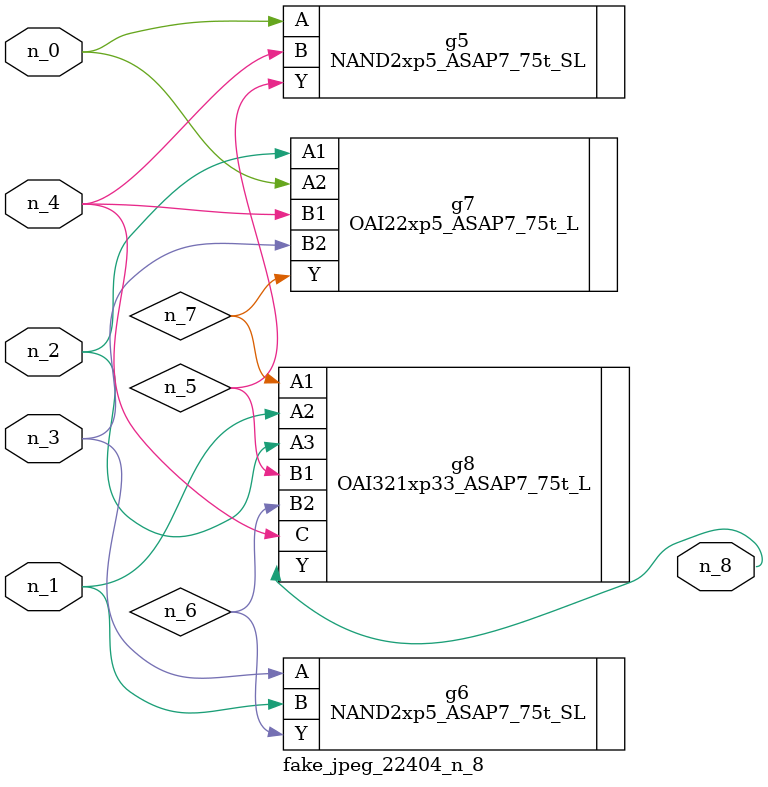
<source format=v>
module fake_jpeg_22404_n_8 (n_3, n_2, n_1, n_0, n_4, n_8);

input n_3;
input n_2;
input n_1;
input n_0;
input n_4;

output n_8;

wire n_6;
wire n_5;
wire n_7;

NAND2xp5_ASAP7_75t_SL g5 ( 
.A(n_0),
.B(n_4),
.Y(n_5)
);

NAND2xp5_ASAP7_75t_SL g6 ( 
.A(n_3),
.B(n_1),
.Y(n_6)
);

OAI22xp5_ASAP7_75t_L g7 ( 
.A1(n_2),
.A2(n_0),
.B1(n_4),
.B2(n_3),
.Y(n_7)
);

OAI321xp33_ASAP7_75t_L g8 ( 
.A1(n_7),
.A2(n_1),
.A3(n_2),
.B1(n_5),
.B2(n_6),
.C(n_4),
.Y(n_8)
);


endmodule
</source>
